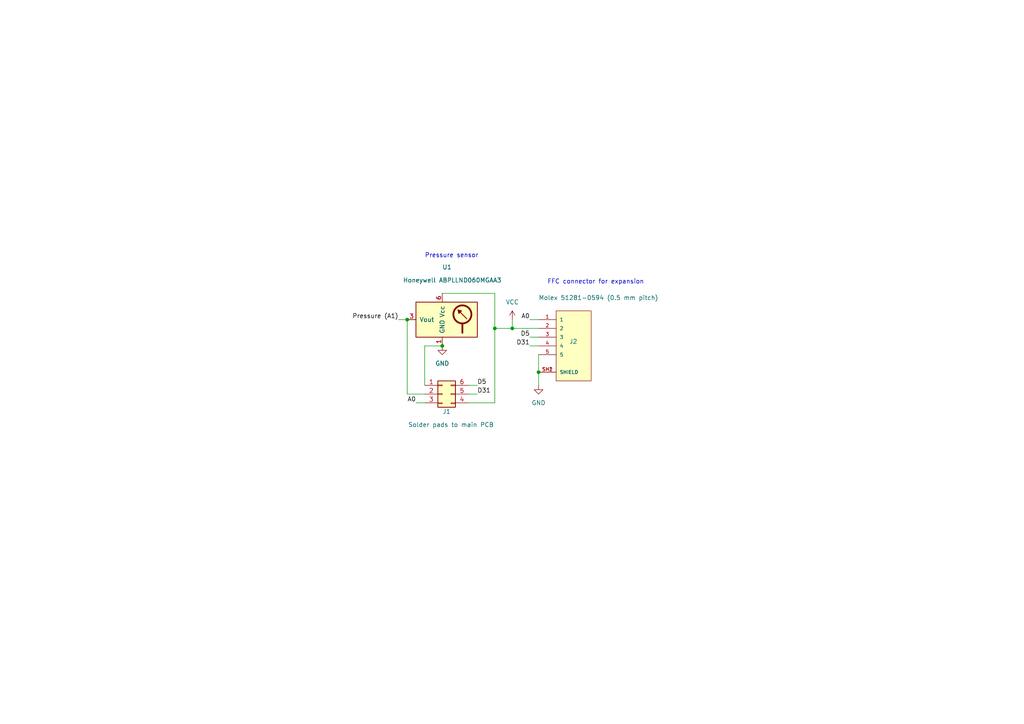
<source format=kicad_sch>
(kicad_sch (version 20211123) (generator eeschema)
  (paper "A4")
  (lib_symbols
    (symbol "Connector_Generic:Conn_02x02_Counter_Clockwise" (pin_names (offset 1.016) hide)
      (property "Reference" "J1" (at 1.27 -7.62 0))
      (property "Value" "Solder pads to main PCB" (at 2.54 -11.43 0))
      (symbol "Conn_02x02_Counter_Clockwise_1_1"
        (rectangle (start -1.27 -5.08) (end 0 -5.334) (stroke (width 0.1524)))
        (rectangle (start -1.27 -2.413) (end 0 -2.667) (stroke (width 0.1524)))
        (rectangle (start -1.27 0.127) (end 0 -0.127) (stroke (width 0.1524)))
        (rectangle (start -1.27 1.27) (end 3.81 -6.35) (stroke (width 0.254)) (fill (type background)))
        (rectangle (start 3.81 -5.08) (end 2.54 -5.334) (stroke (width 0.1524)))
        (rectangle (start 3.81 -2.413) (end 2.54 -2.667) (stroke (width 0.1524)))
        (rectangle (start 3.81 0.127) (end 2.54 -0.127) (stroke (width 0.1524)))
        (pin passive line (at -5.08 0 0) (length 3.81) (name "Pin_1") (number "1"))
        (pin passive line (at -5.08 -2.54 0) (length 3.81) (name "Pin_2") (number "2"))
        (pin passive line (at -5.08 -5.08 0) (length 3.81) (name "Pin_3") (number "3"))
        (pin passive line (at 7.62 -5.08 180) (length 3.81) (name "Pin_4") (number "4"))
        (pin passive line (at 7.62 -2.54 180) (length 3.81) (name "Pin_5") (number "5"))
        (pin passive line (at 7.62 0 180) (length 3.81) (name "Pin_6") (number "6"))
      )
    )
    (symbol "WARBL2.2-rescue:40PC015G-Honeywell_Sensor_Pressure" (pin_names (offset 1.016))
      (property "Reference" "U?" (at -5.08 -13.97 0))
      (property "Value" "ABPLLND060MGAA3" (at 8.89 -17.78 0))
      (symbol "40PC015G-Honeywell_Sensor_Pressure_0_1"
        (circle (center -5.842 1.524) (radius 2.6162) (stroke (width 0.508)))
        (polyline (pts (xy -7.112 0.254) (xy -4.572 2.794)) (stroke (width 0.254)))
        (polyline (pts (xy -5.842 -1.27) (xy -5.842 -3.81)) (stroke (width 0.508)))
        (polyline (pts (xy -4.572 2.794) (xy -4.826 1.778) (xy -5.588 2.54) (xy -4.572 2.794)) (stroke (width 0.254)) (fill (type outline)))
        (rectangle (start 7.62 5.08) (end -10.16 -5.08) (stroke (width 0.254)) (fill (type background)))
      )
      (symbol "40PC015G-Honeywell_Sensor_Pressure_1_1"
        (pin power_in line (at 0 -7.62 90) (length 2.54) (name "GND") (number "1"))
        (pin no_connect line (at -2.54 -7.62 90) (length 2.54) hide (name "NC") (number "2"))
        (pin output line (at 10.16 0 180) (length 2.54) (name "Vout") (number "3"))
        (pin no_connect line (at -7.62 -7.62 90) (length 2.54) hide (name "NC") (number "4"))
        (pin no_connect line (at -5.08 -7.62 90) (length 2.54) hide (name "NC") (number "5"))
        (pin power_in line (at 0 7.62 270) (length 2.54) (name "Vcc") (number "6"))
      )
    )
    (symbol "WARBL2:51281-0594" (pin_names (offset 1.016))
      (property "Reference" "J" (at -5.0813 10.6707 0))
      (property "Value" "51281-0594" (at -5.0888 -12.722 0))
      (symbol "51281-0594_0_0"
        (rectangle (start -5.08 -10.16) (end 5.08 10.16) (stroke (width 0.1524)) (fill (type background)))
        (pin passive line (at -10.16 7.62 0) (length 5.08) (name "1") (number "1"))
        (pin passive line (at -10.16 5.08 0) (length 5.08) (name "2") (number "2"))
        (pin passive line (at -10.16 2.54 0) (length 5.08) (name "3") (number "3"))
        (pin passive line (at -10.16 0 0) (length 5.08) (name "4") (number "4"))
        (pin passive line (at -10.16 -2.54 0) (length 5.08) (name "5") (number "5"))
        (pin passive line (at -10.16 -7.62 0) (length 5.08) (name "SHIELD") (number "SH1"))
        (pin passive line (at -10.16 -7.62 0) (length 5.08) (name "SHIELD") (number "SH2"))
      )
    )
    (symbol "power:GND" (power) (pin_names (offset 0))
      (property "Value" "GND" (at 0 -3.81 0))
      (symbol "GND_0_1"
        (polyline (pts (xy 0 0) (xy 0 -1.27) (xy 1.27 -1.27) (xy 0 -2.54) (xy -1.27 -1.27) (xy 0 -1.27)))
      )
      (symbol "GND_1_1"
        (pin power_in line (at 0 0 270) (length 0) hide (name "GND") (number "1"))
      )
    )
    (symbol "power:VCC" (power) (pin_names (offset 0))
      (property "Value" "VCC" (at 0 3.81 0))
      (symbol "VCC_0_1"
        (polyline (pts (xy -0.762 1.27) (xy 0 2.54)))
        (polyline (pts (xy 0 0) (xy 0 2.54)))
        (polyline (pts (xy 0 2.54) (xy 0.762 1.27)))
      )
      (symbol "VCC_1_1"
        (pin power_in line (at 0 0 90) (length 0) hide (name "VCC") (number "1"))
      )
    )
  )
  (junction (at 128.27 100.33))
  (junction (at 143.51 95.25))
  (junction (at 118.11 92.71))
  (junction (at 156.21 107.95))
  (junction (at 148.59 95.25))
  (wire (pts (xy 153.67 92.71) (xy 156.21 92.71)))
  (wire (pts (xy 143.51 116.84) (xy 135.89 116.84)))
  (wire (pts (xy 143.51 95.25) (xy 143.51 116.84)))
  (wire (pts (xy 143.51 85.09) (xy 143.51 95.25)))
  (wire (pts (xy 135.89 111.76) (xy 138.43 111.76)))
  (wire (pts (xy 128.27 85.09) (xy 143.51 85.09)))
  (wire (pts (xy 123.19 100.33) (xy 128.27 100.33)))
  (wire (pts (xy 135.89 114.3) (xy 138.43 114.3)))
  (wire (pts (xy 148.59 95.25) (xy 156.21 95.25)))
  (wire (pts (xy 156.21 102.87) (xy 156.21 107.95)))
  (wire (pts (xy 118.11 92.71) (xy 118.11 114.3)))
  (wire (pts (xy 156.21 107.95) (xy 156.21 111.76)))
  (wire (pts (xy 115.57 92.71) (xy 118.11 92.71)))
  (wire (pts (xy 120.65 116.84) (xy 123.19 116.84)))
  (wire (pts (xy 148.59 92.71) (xy 148.59 95.25)))
  (wire (pts (xy 153.67 100.33) (xy 156.21 100.33)))
  (wire (pts (xy 143.51 95.25) (xy 148.59 95.25)))
  (wire (pts (xy 123.19 100.33) (xy 123.19 111.76)))
  (wire (pts (xy 123.19 114.3) (xy 118.11 114.3)))
  (wire (pts (xy 153.67 97.79) (xy 156.21 97.79)))
  (text "Pressure sensor" (at 123.19 74.93 0) (effects (font (size 1.27 1.27)) (justify left bottom)))
  (text "FFC connector for expansion" (at 158.75 82.55 0) (effects (font (size 1.27 1.27)) (justify left bottom)))
  (label "D5" (at 138.43 111.76 0))
  (label "A0" (at 120.65 116.84 180))
  (label "A0" (at 153.67 92.71 180))
  (label "Pressure (A1)" (at 115.57 92.71 180))
  (label "D31" (at 153.67 100.33 180))
  (label "D31" (at 138.43 114.3 0))
  (label "D5" (at 153.67 97.79 180))
  (symbol (lib_id "WARBL2.2-rescue:40PC015G-Honeywell_Sensor_Pressure") (at 128.27 92.71 0) (mirror y) (unit 1)
    (property "Reference" "U1" (at 128.27 77.47 0) (effects (justify right)))
    (property "Value" "Honeywell ABPLLND060MGAA3" (at 116.84 81.28 0) (effects (justify right)))
    (property "Footprint" "WARBL footprints:ABPsensor" (effects hide))
    (property "Datasheet" "http://www.honeywellscportal.com//index.php?ci_id=138832" (effects hide))
    (property "Instructions" "Do not include in assembly." (effects hide))
  )
  (symbol (lib_id "power:VCC") (at 148.59 92.71 0) (unit 1)
    (property "Reference" "#PWR0103" (effects hide))
    (property "Value" "VCC" (at 148.59 87.63 0))
  )
  (symbol (lib_id "power:GND") (at 128.27 100.33 0) (unit 1)
    (property "Reference" "#PWR0101" (effects hide))
    (property "Value" "GND" (at 128.27 105.41 0))
  )
  (symbol (lib_id "power:GND") (at 156.21 111.76 0) (unit 1)
    (property "Reference" "#PWR0102" (effects hide))
    (property "Value" "GND" (at 156.21 116.84 0))
  )
  (symbol (lib_id "Connector_Generic:Conn_02x02_Counter_Clockwise") (at 128.27 111.76 0) (unit 1)
    (property "Reference" "J1" (at 129.54 119.38 0))
    (property "Value" "Solder pads to main PCB" (at 130.81 123.19 0))
    (property "Footprint" "WARBL footprints:ABPLLND060MGAA3_largepads" (effects hide))
  )
  (symbol (lib_id "WARBL2:51281-0594") (at 166.37 100.33 0) (unit 1)
    (property "Reference" "J2" (at 165.1 99.06 0) (effects (justify left)))
    (property "Value" "Molex 51281-0594 (0.5 mm pitch)" (at 156.21 86.36 0) (effects (justify left)))
    (property "Footprint" "WARBL footprints:MOLEX_51281-0594" (effects hide))
    (property "MF" "Molex" (effects hide))
    (property "Description" "\n0.5 FPC Non-ZIF 5Ckt EmbsTp Pkg; 51281 | Molex Incorporated 51281-0594\n" (effects hide))
    (property "Package" "None" (effects hide))
    (property "Price" "None" (effects hide))
    (property "Check_prices" "https://www.snapeda.com/parts/51281-0594/Molex/view-part/?ref=eda" (effects hide))
    (property "STANDARD" "Manufacturer Recommendation" (effects hide))
    (property "PARTREV" "J" (effects hide))
    (property "SnapEDA_Link" "https://www.snapeda.com/parts/51281-0594/Molex/view-part/?ref=snap" (effects hide))
    (property "MP" "51281-0594" (effects hide))
    (property "Purchase-URL" "https://www.snapeda.com/api/url_track_click_mouser/?unipart_id=327522&manufacturer=Molex&part_name=51281-0594&search_term=None" (effects hide))
    (property "Availability" "In Stock" (effects hide))
    (property "MANUFACTURER" "MOLEX" (effects hide))
  )
)
</source>
